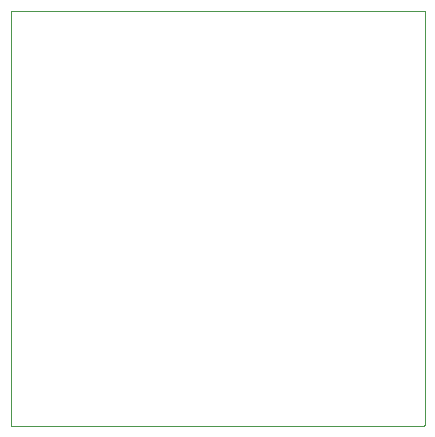
<source format=gko>
G04 Layer_Color=16720538*
%FSLAX43Y43*%
%MOMM*%
G71*
G01*
G75*
%ADD67C,0.100*%
G36*
X36576Y31623D02*
X36576Y31623D01*
Y66650D01*
X36576Y31623D01*
D02*
G37*
D67*
X71527Y31575D02*
X71575Y31623D01*
X36575Y66725D02*
X71600D01*
X36576Y31623D02*
Y66725D01*
X36576Y31575D02*
X71527D01*
X71600Y31623D02*
Y66725D01*
M02*

</source>
